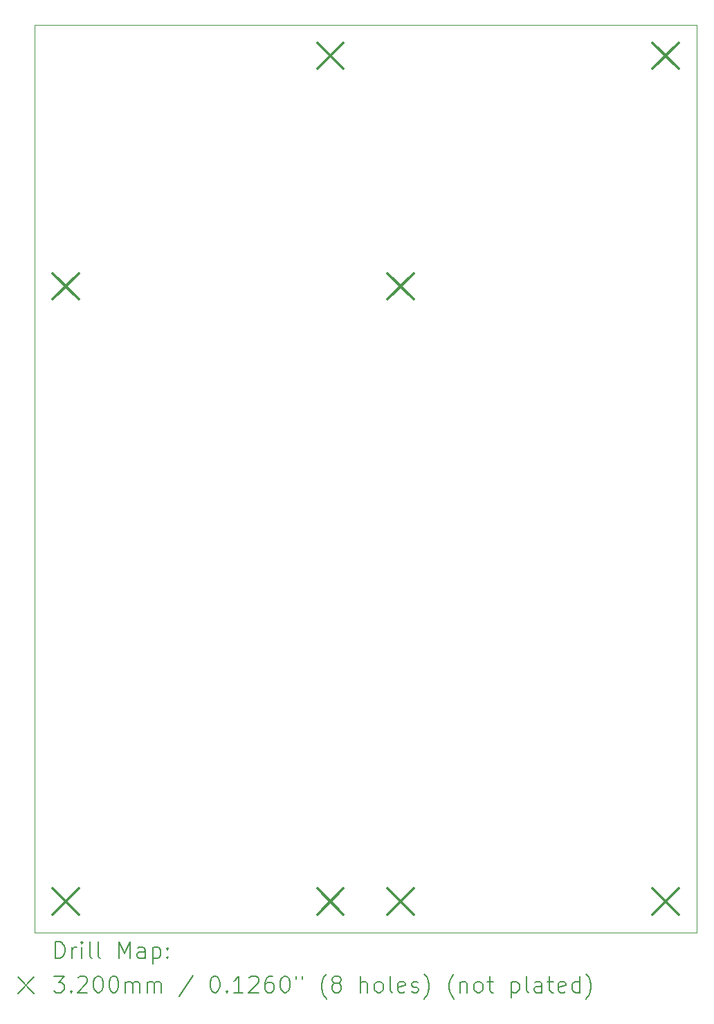
<source format=gbr>
%TF.GenerationSoftware,KiCad,Pcbnew,8.0.2-1*%
%TF.CreationDate,2024-05-10T10:02:23+02:00*%
%TF.ProjectId,sparkle,73706172-6b6c-4652-9e6b-696361645f70,rev?*%
%TF.SameCoordinates,Original*%
%TF.FileFunction,Drillmap*%
%TF.FilePolarity,Positive*%
%FSLAX45Y45*%
G04 Gerber Fmt 4.5, Leading zero omitted, Abs format (unit mm)*
G04 Created by KiCad (PCBNEW 8.0.2-1) date 2024-05-10 10:02:23*
%MOMM*%
%LPD*%
G01*
G04 APERTURE LIST*
%ADD10C,0.100000*%
%ADD11C,0.200000*%
%ADD12C,0.320000*%
G04 APERTURE END LIST*
D10*
X5000000Y-5000000D02*
X13100000Y-5000000D01*
X13100000Y-16100000D01*
X5000000Y-16100000D01*
X5000000Y-5000000D01*
D11*
D12*
X5220000Y-8040000D02*
X5540000Y-8360000D01*
X5540000Y-8040000D02*
X5220000Y-8360000D01*
X5220000Y-15560000D02*
X5540000Y-15880000D01*
X5540000Y-15560000D02*
X5220000Y-15880000D01*
X8460000Y-5220000D02*
X8780000Y-5540000D01*
X8780000Y-5220000D02*
X8460000Y-5540000D01*
X8460000Y-15560000D02*
X8780000Y-15880000D01*
X8780000Y-15560000D02*
X8460000Y-15880000D01*
X9320000Y-8040000D02*
X9640000Y-8360000D01*
X9640000Y-8040000D02*
X9320000Y-8360000D01*
X9320000Y-15560000D02*
X9640000Y-15880000D01*
X9640000Y-15560000D02*
X9320000Y-15880000D01*
X12560000Y-5220000D02*
X12880000Y-5540000D01*
X12880000Y-5220000D02*
X12560000Y-5540000D01*
X12560000Y-15560000D02*
X12880000Y-15880000D01*
X12880000Y-15560000D02*
X12560000Y-15880000D01*
D11*
X5255777Y-16416484D02*
X5255777Y-16216484D01*
X5255777Y-16216484D02*
X5303396Y-16216484D01*
X5303396Y-16216484D02*
X5331967Y-16226008D01*
X5331967Y-16226008D02*
X5351015Y-16245055D01*
X5351015Y-16245055D02*
X5360539Y-16264103D01*
X5360539Y-16264103D02*
X5370063Y-16302198D01*
X5370063Y-16302198D02*
X5370063Y-16330769D01*
X5370063Y-16330769D02*
X5360539Y-16368865D01*
X5360539Y-16368865D02*
X5351015Y-16387912D01*
X5351015Y-16387912D02*
X5331967Y-16406960D01*
X5331967Y-16406960D02*
X5303396Y-16416484D01*
X5303396Y-16416484D02*
X5255777Y-16416484D01*
X5455777Y-16416484D02*
X5455777Y-16283150D01*
X5455777Y-16321246D02*
X5465301Y-16302198D01*
X5465301Y-16302198D02*
X5474824Y-16292674D01*
X5474824Y-16292674D02*
X5493872Y-16283150D01*
X5493872Y-16283150D02*
X5512920Y-16283150D01*
X5579586Y-16416484D02*
X5579586Y-16283150D01*
X5579586Y-16216484D02*
X5570063Y-16226008D01*
X5570063Y-16226008D02*
X5579586Y-16235531D01*
X5579586Y-16235531D02*
X5589110Y-16226008D01*
X5589110Y-16226008D02*
X5579586Y-16216484D01*
X5579586Y-16216484D02*
X5579586Y-16235531D01*
X5703396Y-16416484D02*
X5684348Y-16406960D01*
X5684348Y-16406960D02*
X5674824Y-16387912D01*
X5674824Y-16387912D02*
X5674824Y-16216484D01*
X5808158Y-16416484D02*
X5789110Y-16406960D01*
X5789110Y-16406960D02*
X5779586Y-16387912D01*
X5779586Y-16387912D02*
X5779586Y-16216484D01*
X6036729Y-16416484D02*
X6036729Y-16216484D01*
X6036729Y-16216484D02*
X6103396Y-16359341D01*
X6103396Y-16359341D02*
X6170062Y-16216484D01*
X6170062Y-16216484D02*
X6170062Y-16416484D01*
X6351015Y-16416484D02*
X6351015Y-16311722D01*
X6351015Y-16311722D02*
X6341491Y-16292674D01*
X6341491Y-16292674D02*
X6322443Y-16283150D01*
X6322443Y-16283150D02*
X6284348Y-16283150D01*
X6284348Y-16283150D02*
X6265301Y-16292674D01*
X6351015Y-16406960D02*
X6331967Y-16416484D01*
X6331967Y-16416484D02*
X6284348Y-16416484D01*
X6284348Y-16416484D02*
X6265301Y-16406960D01*
X6265301Y-16406960D02*
X6255777Y-16387912D01*
X6255777Y-16387912D02*
X6255777Y-16368865D01*
X6255777Y-16368865D02*
X6265301Y-16349817D01*
X6265301Y-16349817D02*
X6284348Y-16340293D01*
X6284348Y-16340293D02*
X6331967Y-16340293D01*
X6331967Y-16340293D02*
X6351015Y-16330769D01*
X6446253Y-16283150D02*
X6446253Y-16483150D01*
X6446253Y-16292674D02*
X6465301Y-16283150D01*
X6465301Y-16283150D02*
X6503396Y-16283150D01*
X6503396Y-16283150D02*
X6522443Y-16292674D01*
X6522443Y-16292674D02*
X6531967Y-16302198D01*
X6531967Y-16302198D02*
X6541491Y-16321246D01*
X6541491Y-16321246D02*
X6541491Y-16378388D01*
X6541491Y-16378388D02*
X6531967Y-16397436D01*
X6531967Y-16397436D02*
X6522443Y-16406960D01*
X6522443Y-16406960D02*
X6503396Y-16416484D01*
X6503396Y-16416484D02*
X6465301Y-16416484D01*
X6465301Y-16416484D02*
X6446253Y-16406960D01*
X6627205Y-16397436D02*
X6636729Y-16406960D01*
X6636729Y-16406960D02*
X6627205Y-16416484D01*
X6627205Y-16416484D02*
X6617682Y-16406960D01*
X6617682Y-16406960D02*
X6627205Y-16397436D01*
X6627205Y-16397436D02*
X6627205Y-16416484D01*
X6627205Y-16292674D02*
X6636729Y-16302198D01*
X6636729Y-16302198D02*
X6627205Y-16311722D01*
X6627205Y-16311722D02*
X6617682Y-16302198D01*
X6617682Y-16302198D02*
X6627205Y-16292674D01*
X6627205Y-16292674D02*
X6627205Y-16311722D01*
X4795000Y-16645000D02*
X4995000Y-16845000D01*
X4995000Y-16645000D02*
X4795000Y-16845000D01*
X5236729Y-16636484D02*
X5360539Y-16636484D01*
X5360539Y-16636484D02*
X5293872Y-16712674D01*
X5293872Y-16712674D02*
X5322444Y-16712674D01*
X5322444Y-16712674D02*
X5341491Y-16722198D01*
X5341491Y-16722198D02*
X5351015Y-16731722D01*
X5351015Y-16731722D02*
X5360539Y-16750769D01*
X5360539Y-16750769D02*
X5360539Y-16798389D01*
X5360539Y-16798389D02*
X5351015Y-16817436D01*
X5351015Y-16817436D02*
X5341491Y-16826960D01*
X5341491Y-16826960D02*
X5322444Y-16836484D01*
X5322444Y-16836484D02*
X5265301Y-16836484D01*
X5265301Y-16836484D02*
X5246253Y-16826960D01*
X5246253Y-16826960D02*
X5236729Y-16817436D01*
X5446253Y-16817436D02*
X5455777Y-16826960D01*
X5455777Y-16826960D02*
X5446253Y-16836484D01*
X5446253Y-16836484D02*
X5436729Y-16826960D01*
X5436729Y-16826960D02*
X5446253Y-16817436D01*
X5446253Y-16817436D02*
X5446253Y-16836484D01*
X5531967Y-16655531D02*
X5541491Y-16646008D01*
X5541491Y-16646008D02*
X5560539Y-16636484D01*
X5560539Y-16636484D02*
X5608158Y-16636484D01*
X5608158Y-16636484D02*
X5627205Y-16646008D01*
X5627205Y-16646008D02*
X5636729Y-16655531D01*
X5636729Y-16655531D02*
X5646253Y-16674579D01*
X5646253Y-16674579D02*
X5646253Y-16693627D01*
X5646253Y-16693627D02*
X5636729Y-16722198D01*
X5636729Y-16722198D02*
X5522444Y-16836484D01*
X5522444Y-16836484D02*
X5646253Y-16836484D01*
X5770062Y-16636484D02*
X5789110Y-16636484D01*
X5789110Y-16636484D02*
X5808158Y-16646008D01*
X5808158Y-16646008D02*
X5817682Y-16655531D01*
X5817682Y-16655531D02*
X5827205Y-16674579D01*
X5827205Y-16674579D02*
X5836729Y-16712674D01*
X5836729Y-16712674D02*
X5836729Y-16760293D01*
X5836729Y-16760293D02*
X5827205Y-16798389D01*
X5827205Y-16798389D02*
X5817682Y-16817436D01*
X5817682Y-16817436D02*
X5808158Y-16826960D01*
X5808158Y-16826960D02*
X5789110Y-16836484D01*
X5789110Y-16836484D02*
X5770062Y-16836484D01*
X5770062Y-16836484D02*
X5751015Y-16826960D01*
X5751015Y-16826960D02*
X5741491Y-16817436D01*
X5741491Y-16817436D02*
X5731967Y-16798389D01*
X5731967Y-16798389D02*
X5722443Y-16760293D01*
X5722443Y-16760293D02*
X5722443Y-16712674D01*
X5722443Y-16712674D02*
X5731967Y-16674579D01*
X5731967Y-16674579D02*
X5741491Y-16655531D01*
X5741491Y-16655531D02*
X5751015Y-16646008D01*
X5751015Y-16646008D02*
X5770062Y-16636484D01*
X5960539Y-16636484D02*
X5979586Y-16636484D01*
X5979586Y-16636484D02*
X5998634Y-16646008D01*
X5998634Y-16646008D02*
X6008158Y-16655531D01*
X6008158Y-16655531D02*
X6017682Y-16674579D01*
X6017682Y-16674579D02*
X6027205Y-16712674D01*
X6027205Y-16712674D02*
X6027205Y-16760293D01*
X6027205Y-16760293D02*
X6017682Y-16798389D01*
X6017682Y-16798389D02*
X6008158Y-16817436D01*
X6008158Y-16817436D02*
X5998634Y-16826960D01*
X5998634Y-16826960D02*
X5979586Y-16836484D01*
X5979586Y-16836484D02*
X5960539Y-16836484D01*
X5960539Y-16836484D02*
X5941491Y-16826960D01*
X5941491Y-16826960D02*
X5931967Y-16817436D01*
X5931967Y-16817436D02*
X5922443Y-16798389D01*
X5922443Y-16798389D02*
X5912920Y-16760293D01*
X5912920Y-16760293D02*
X5912920Y-16712674D01*
X5912920Y-16712674D02*
X5922443Y-16674579D01*
X5922443Y-16674579D02*
X5931967Y-16655531D01*
X5931967Y-16655531D02*
X5941491Y-16646008D01*
X5941491Y-16646008D02*
X5960539Y-16636484D01*
X6112920Y-16836484D02*
X6112920Y-16703150D01*
X6112920Y-16722198D02*
X6122443Y-16712674D01*
X6122443Y-16712674D02*
X6141491Y-16703150D01*
X6141491Y-16703150D02*
X6170063Y-16703150D01*
X6170063Y-16703150D02*
X6189110Y-16712674D01*
X6189110Y-16712674D02*
X6198634Y-16731722D01*
X6198634Y-16731722D02*
X6198634Y-16836484D01*
X6198634Y-16731722D02*
X6208158Y-16712674D01*
X6208158Y-16712674D02*
X6227205Y-16703150D01*
X6227205Y-16703150D02*
X6255777Y-16703150D01*
X6255777Y-16703150D02*
X6274824Y-16712674D01*
X6274824Y-16712674D02*
X6284348Y-16731722D01*
X6284348Y-16731722D02*
X6284348Y-16836484D01*
X6379586Y-16836484D02*
X6379586Y-16703150D01*
X6379586Y-16722198D02*
X6389110Y-16712674D01*
X6389110Y-16712674D02*
X6408158Y-16703150D01*
X6408158Y-16703150D02*
X6436729Y-16703150D01*
X6436729Y-16703150D02*
X6455777Y-16712674D01*
X6455777Y-16712674D02*
X6465301Y-16731722D01*
X6465301Y-16731722D02*
X6465301Y-16836484D01*
X6465301Y-16731722D02*
X6474824Y-16712674D01*
X6474824Y-16712674D02*
X6493872Y-16703150D01*
X6493872Y-16703150D02*
X6522443Y-16703150D01*
X6522443Y-16703150D02*
X6541491Y-16712674D01*
X6541491Y-16712674D02*
X6551015Y-16731722D01*
X6551015Y-16731722D02*
X6551015Y-16836484D01*
X6941491Y-16626960D02*
X6770063Y-16884103D01*
X7198634Y-16636484D02*
X7217682Y-16636484D01*
X7217682Y-16636484D02*
X7236729Y-16646008D01*
X7236729Y-16646008D02*
X7246253Y-16655531D01*
X7246253Y-16655531D02*
X7255777Y-16674579D01*
X7255777Y-16674579D02*
X7265301Y-16712674D01*
X7265301Y-16712674D02*
X7265301Y-16760293D01*
X7265301Y-16760293D02*
X7255777Y-16798389D01*
X7255777Y-16798389D02*
X7246253Y-16817436D01*
X7246253Y-16817436D02*
X7236729Y-16826960D01*
X7236729Y-16826960D02*
X7217682Y-16836484D01*
X7217682Y-16836484D02*
X7198634Y-16836484D01*
X7198634Y-16836484D02*
X7179586Y-16826960D01*
X7179586Y-16826960D02*
X7170063Y-16817436D01*
X7170063Y-16817436D02*
X7160539Y-16798389D01*
X7160539Y-16798389D02*
X7151015Y-16760293D01*
X7151015Y-16760293D02*
X7151015Y-16712674D01*
X7151015Y-16712674D02*
X7160539Y-16674579D01*
X7160539Y-16674579D02*
X7170063Y-16655531D01*
X7170063Y-16655531D02*
X7179586Y-16646008D01*
X7179586Y-16646008D02*
X7198634Y-16636484D01*
X7351015Y-16817436D02*
X7360539Y-16826960D01*
X7360539Y-16826960D02*
X7351015Y-16836484D01*
X7351015Y-16836484D02*
X7341491Y-16826960D01*
X7341491Y-16826960D02*
X7351015Y-16817436D01*
X7351015Y-16817436D02*
X7351015Y-16836484D01*
X7551015Y-16836484D02*
X7436729Y-16836484D01*
X7493872Y-16836484D02*
X7493872Y-16636484D01*
X7493872Y-16636484D02*
X7474825Y-16665055D01*
X7474825Y-16665055D02*
X7455777Y-16684103D01*
X7455777Y-16684103D02*
X7436729Y-16693627D01*
X7627206Y-16655531D02*
X7636729Y-16646008D01*
X7636729Y-16646008D02*
X7655777Y-16636484D01*
X7655777Y-16636484D02*
X7703396Y-16636484D01*
X7703396Y-16636484D02*
X7722444Y-16646008D01*
X7722444Y-16646008D02*
X7731967Y-16655531D01*
X7731967Y-16655531D02*
X7741491Y-16674579D01*
X7741491Y-16674579D02*
X7741491Y-16693627D01*
X7741491Y-16693627D02*
X7731967Y-16722198D01*
X7731967Y-16722198D02*
X7617682Y-16836484D01*
X7617682Y-16836484D02*
X7741491Y-16836484D01*
X7912920Y-16636484D02*
X7874825Y-16636484D01*
X7874825Y-16636484D02*
X7855777Y-16646008D01*
X7855777Y-16646008D02*
X7846253Y-16655531D01*
X7846253Y-16655531D02*
X7827206Y-16684103D01*
X7827206Y-16684103D02*
X7817682Y-16722198D01*
X7817682Y-16722198D02*
X7817682Y-16798389D01*
X7817682Y-16798389D02*
X7827206Y-16817436D01*
X7827206Y-16817436D02*
X7836729Y-16826960D01*
X7836729Y-16826960D02*
X7855777Y-16836484D01*
X7855777Y-16836484D02*
X7893872Y-16836484D01*
X7893872Y-16836484D02*
X7912920Y-16826960D01*
X7912920Y-16826960D02*
X7922444Y-16817436D01*
X7922444Y-16817436D02*
X7931967Y-16798389D01*
X7931967Y-16798389D02*
X7931967Y-16750769D01*
X7931967Y-16750769D02*
X7922444Y-16731722D01*
X7922444Y-16731722D02*
X7912920Y-16722198D01*
X7912920Y-16722198D02*
X7893872Y-16712674D01*
X7893872Y-16712674D02*
X7855777Y-16712674D01*
X7855777Y-16712674D02*
X7836729Y-16722198D01*
X7836729Y-16722198D02*
X7827206Y-16731722D01*
X7827206Y-16731722D02*
X7817682Y-16750769D01*
X8055777Y-16636484D02*
X8074825Y-16636484D01*
X8074825Y-16636484D02*
X8093872Y-16646008D01*
X8093872Y-16646008D02*
X8103396Y-16655531D01*
X8103396Y-16655531D02*
X8112920Y-16674579D01*
X8112920Y-16674579D02*
X8122444Y-16712674D01*
X8122444Y-16712674D02*
X8122444Y-16760293D01*
X8122444Y-16760293D02*
X8112920Y-16798389D01*
X8112920Y-16798389D02*
X8103396Y-16817436D01*
X8103396Y-16817436D02*
X8093872Y-16826960D01*
X8093872Y-16826960D02*
X8074825Y-16836484D01*
X8074825Y-16836484D02*
X8055777Y-16836484D01*
X8055777Y-16836484D02*
X8036729Y-16826960D01*
X8036729Y-16826960D02*
X8027206Y-16817436D01*
X8027206Y-16817436D02*
X8017682Y-16798389D01*
X8017682Y-16798389D02*
X8008158Y-16760293D01*
X8008158Y-16760293D02*
X8008158Y-16712674D01*
X8008158Y-16712674D02*
X8017682Y-16674579D01*
X8017682Y-16674579D02*
X8027206Y-16655531D01*
X8027206Y-16655531D02*
X8036729Y-16646008D01*
X8036729Y-16646008D02*
X8055777Y-16636484D01*
X8198634Y-16636484D02*
X8198634Y-16674579D01*
X8274825Y-16636484D02*
X8274825Y-16674579D01*
X8570063Y-16912674D02*
X8560539Y-16903150D01*
X8560539Y-16903150D02*
X8541491Y-16874579D01*
X8541491Y-16874579D02*
X8531968Y-16855531D01*
X8531968Y-16855531D02*
X8522444Y-16826960D01*
X8522444Y-16826960D02*
X8512920Y-16779341D01*
X8512920Y-16779341D02*
X8512920Y-16741246D01*
X8512920Y-16741246D02*
X8522444Y-16693627D01*
X8522444Y-16693627D02*
X8531968Y-16665055D01*
X8531968Y-16665055D02*
X8541491Y-16646008D01*
X8541491Y-16646008D02*
X8560539Y-16617436D01*
X8560539Y-16617436D02*
X8570063Y-16607912D01*
X8674825Y-16722198D02*
X8655777Y-16712674D01*
X8655777Y-16712674D02*
X8646253Y-16703150D01*
X8646253Y-16703150D02*
X8636730Y-16684103D01*
X8636730Y-16684103D02*
X8636730Y-16674579D01*
X8636730Y-16674579D02*
X8646253Y-16655531D01*
X8646253Y-16655531D02*
X8655777Y-16646008D01*
X8655777Y-16646008D02*
X8674825Y-16636484D01*
X8674825Y-16636484D02*
X8712920Y-16636484D01*
X8712920Y-16636484D02*
X8731968Y-16646008D01*
X8731968Y-16646008D02*
X8741491Y-16655531D01*
X8741491Y-16655531D02*
X8751015Y-16674579D01*
X8751015Y-16674579D02*
X8751015Y-16684103D01*
X8751015Y-16684103D02*
X8741491Y-16703150D01*
X8741491Y-16703150D02*
X8731968Y-16712674D01*
X8731968Y-16712674D02*
X8712920Y-16722198D01*
X8712920Y-16722198D02*
X8674825Y-16722198D01*
X8674825Y-16722198D02*
X8655777Y-16731722D01*
X8655777Y-16731722D02*
X8646253Y-16741246D01*
X8646253Y-16741246D02*
X8636730Y-16760293D01*
X8636730Y-16760293D02*
X8636730Y-16798389D01*
X8636730Y-16798389D02*
X8646253Y-16817436D01*
X8646253Y-16817436D02*
X8655777Y-16826960D01*
X8655777Y-16826960D02*
X8674825Y-16836484D01*
X8674825Y-16836484D02*
X8712920Y-16836484D01*
X8712920Y-16836484D02*
X8731968Y-16826960D01*
X8731968Y-16826960D02*
X8741491Y-16817436D01*
X8741491Y-16817436D02*
X8751015Y-16798389D01*
X8751015Y-16798389D02*
X8751015Y-16760293D01*
X8751015Y-16760293D02*
X8741491Y-16741246D01*
X8741491Y-16741246D02*
X8731968Y-16731722D01*
X8731968Y-16731722D02*
X8712920Y-16722198D01*
X8989111Y-16836484D02*
X8989111Y-16636484D01*
X9074825Y-16836484D02*
X9074825Y-16731722D01*
X9074825Y-16731722D02*
X9065301Y-16712674D01*
X9065301Y-16712674D02*
X9046253Y-16703150D01*
X9046253Y-16703150D02*
X9017682Y-16703150D01*
X9017682Y-16703150D02*
X8998634Y-16712674D01*
X8998634Y-16712674D02*
X8989111Y-16722198D01*
X9198634Y-16836484D02*
X9179587Y-16826960D01*
X9179587Y-16826960D02*
X9170063Y-16817436D01*
X9170063Y-16817436D02*
X9160539Y-16798389D01*
X9160539Y-16798389D02*
X9160539Y-16741246D01*
X9160539Y-16741246D02*
X9170063Y-16722198D01*
X9170063Y-16722198D02*
X9179587Y-16712674D01*
X9179587Y-16712674D02*
X9198634Y-16703150D01*
X9198634Y-16703150D02*
X9227206Y-16703150D01*
X9227206Y-16703150D02*
X9246253Y-16712674D01*
X9246253Y-16712674D02*
X9255777Y-16722198D01*
X9255777Y-16722198D02*
X9265301Y-16741246D01*
X9265301Y-16741246D02*
X9265301Y-16798389D01*
X9265301Y-16798389D02*
X9255777Y-16817436D01*
X9255777Y-16817436D02*
X9246253Y-16826960D01*
X9246253Y-16826960D02*
X9227206Y-16836484D01*
X9227206Y-16836484D02*
X9198634Y-16836484D01*
X9379587Y-16836484D02*
X9360539Y-16826960D01*
X9360539Y-16826960D02*
X9351015Y-16807912D01*
X9351015Y-16807912D02*
X9351015Y-16636484D01*
X9531968Y-16826960D02*
X9512920Y-16836484D01*
X9512920Y-16836484D02*
X9474825Y-16836484D01*
X9474825Y-16836484D02*
X9455777Y-16826960D01*
X9455777Y-16826960D02*
X9446253Y-16807912D01*
X9446253Y-16807912D02*
X9446253Y-16731722D01*
X9446253Y-16731722D02*
X9455777Y-16712674D01*
X9455777Y-16712674D02*
X9474825Y-16703150D01*
X9474825Y-16703150D02*
X9512920Y-16703150D01*
X9512920Y-16703150D02*
X9531968Y-16712674D01*
X9531968Y-16712674D02*
X9541492Y-16731722D01*
X9541492Y-16731722D02*
X9541492Y-16750769D01*
X9541492Y-16750769D02*
X9446253Y-16769817D01*
X9617682Y-16826960D02*
X9636730Y-16836484D01*
X9636730Y-16836484D02*
X9674825Y-16836484D01*
X9674825Y-16836484D02*
X9693873Y-16826960D01*
X9693873Y-16826960D02*
X9703396Y-16807912D01*
X9703396Y-16807912D02*
X9703396Y-16798389D01*
X9703396Y-16798389D02*
X9693873Y-16779341D01*
X9693873Y-16779341D02*
X9674825Y-16769817D01*
X9674825Y-16769817D02*
X9646253Y-16769817D01*
X9646253Y-16769817D02*
X9627206Y-16760293D01*
X9627206Y-16760293D02*
X9617682Y-16741246D01*
X9617682Y-16741246D02*
X9617682Y-16731722D01*
X9617682Y-16731722D02*
X9627206Y-16712674D01*
X9627206Y-16712674D02*
X9646253Y-16703150D01*
X9646253Y-16703150D02*
X9674825Y-16703150D01*
X9674825Y-16703150D02*
X9693873Y-16712674D01*
X9770063Y-16912674D02*
X9779587Y-16903150D01*
X9779587Y-16903150D02*
X9798634Y-16874579D01*
X9798634Y-16874579D02*
X9808158Y-16855531D01*
X9808158Y-16855531D02*
X9817682Y-16826960D01*
X9817682Y-16826960D02*
X9827206Y-16779341D01*
X9827206Y-16779341D02*
X9827206Y-16741246D01*
X9827206Y-16741246D02*
X9817682Y-16693627D01*
X9817682Y-16693627D02*
X9808158Y-16665055D01*
X9808158Y-16665055D02*
X9798634Y-16646008D01*
X9798634Y-16646008D02*
X9779587Y-16617436D01*
X9779587Y-16617436D02*
X9770063Y-16607912D01*
X10131968Y-16912674D02*
X10122444Y-16903150D01*
X10122444Y-16903150D02*
X10103396Y-16874579D01*
X10103396Y-16874579D02*
X10093873Y-16855531D01*
X10093873Y-16855531D02*
X10084349Y-16826960D01*
X10084349Y-16826960D02*
X10074825Y-16779341D01*
X10074825Y-16779341D02*
X10074825Y-16741246D01*
X10074825Y-16741246D02*
X10084349Y-16693627D01*
X10084349Y-16693627D02*
X10093873Y-16665055D01*
X10093873Y-16665055D02*
X10103396Y-16646008D01*
X10103396Y-16646008D02*
X10122444Y-16617436D01*
X10122444Y-16617436D02*
X10131968Y-16607912D01*
X10208158Y-16703150D02*
X10208158Y-16836484D01*
X10208158Y-16722198D02*
X10217682Y-16712674D01*
X10217682Y-16712674D02*
X10236730Y-16703150D01*
X10236730Y-16703150D02*
X10265301Y-16703150D01*
X10265301Y-16703150D02*
X10284349Y-16712674D01*
X10284349Y-16712674D02*
X10293873Y-16731722D01*
X10293873Y-16731722D02*
X10293873Y-16836484D01*
X10417682Y-16836484D02*
X10398634Y-16826960D01*
X10398634Y-16826960D02*
X10389111Y-16817436D01*
X10389111Y-16817436D02*
X10379587Y-16798389D01*
X10379587Y-16798389D02*
X10379587Y-16741246D01*
X10379587Y-16741246D02*
X10389111Y-16722198D01*
X10389111Y-16722198D02*
X10398634Y-16712674D01*
X10398634Y-16712674D02*
X10417682Y-16703150D01*
X10417682Y-16703150D02*
X10446254Y-16703150D01*
X10446254Y-16703150D02*
X10465301Y-16712674D01*
X10465301Y-16712674D02*
X10474825Y-16722198D01*
X10474825Y-16722198D02*
X10484349Y-16741246D01*
X10484349Y-16741246D02*
X10484349Y-16798389D01*
X10484349Y-16798389D02*
X10474825Y-16817436D01*
X10474825Y-16817436D02*
X10465301Y-16826960D01*
X10465301Y-16826960D02*
X10446254Y-16836484D01*
X10446254Y-16836484D02*
X10417682Y-16836484D01*
X10541492Y-16703150D02*
X10617682Y-16703150D01*
X10570063Y-16636484D02*
X10570063Y-16807912D01*
X10570063Y-16807912D02*
X10579587Y-16826960D01*
X10579587Y-16826960D02*
X10598634Y-16836484D01*
X10598634Y-16836484D02*
X10617682Y-16836484D01*
X10836730Y-16703150D02*
X10836730Y-16903150D01*
X10836730Y-16712674D02*
X10855777Y-16703150D01*
X10855777Y-16703150D02*
X10893873Y-16703150D01*
X10893873Y-16703150D02*
X10912920Y-16712674D01*
X10912920Y-16712674D02*
X10922444Y-16722198D01*
X10922444Y-16722198D02*
X10931968Y-16741246D01*
X10931968Y-16741246D02*
X10931968Y-16798389D01*
X10931968Y-16798389D02*
X10922444Y-16817436D01*
X10922444Y-16817436D02*
X10912920Y-16826960D01*
X10912920Y-16826960D02*
X10893873Y-16836484D01*
X10893873Y-16836484D02*
X10855777Y-16836484D01*
X10855777Y-16836484D02*
X10836730Y-16826960D01*
X11046254Y-16836484D02*
X11027206Y-16826960D01*
X11027206Y-16826960D02*
X11017682Y-16807912D01*
X11017682Y-16807912D02*
X11017682Y-16636484D01*
X11208158Y-16836484D02*
X11208158Y-16731722D01*
X11208158Y-16731722D02*
X11198634Y-16712674D01*
X11198634Y-16712674D02*
X11179587Y-16703150D01*
X11179587Y-16703150D02*
X11141492Y-16703150D01*
X11141492Y-16703150D02*
X11122444Y-16712674D01*
X11208158Y-16826960D02*
X11189111Y-16836484D01*
X11189111Y-16836484D02*
X11141492Y-16836484D01*
X11141492Y-16836484D02*
X11122444Y-16826960D01*
X11122444Y-16826960D02*
X11112920Y-16807912D01*
X11112920Y-16807912D02*
X11112920Y-16788865D01*
X11112920Y-16788865D02*
X11122444Y-16769817D01*
X11122444Y-16769817D02*
X11141492Y-16760293D01*
X11141492Y-16760293D02*
X11189111Y-16760293D01*
X11189111Y-16760293D02*
X11208158Y-16750769D01*
X11274825Y-16703150D02*
X11351015Y-16703150D01*
X11303396Y-16636484D02*
X11303396Y-16807912D01*
X11303396Y-16807912D02*
X11312920Y-16826960D01*
X11312920Y-16826960D02*
X11331968Y-16836484D01*
X11331968Y-16836484D02*
X11351015Y-16836484D01*
X11493873Y-16826960D02*
X11474825Y-16836484D01*
X11474825Y-16836484D02*
X11436730Y-16836484D01*
X11436730Y-16836484D02*
X11417682Y-16826960D01*
X11417682Y-16826960D02*
X11408158Y-16807912D01*
X11408158Y-16807912D02*
X11408158Y-16731722D01*
X11408158Y-16731722D02*
X11417682Y-16712674D01*
X11417682Y-16712674D02*
X11436730Y-16703150D01*
X11436730Y-16703150D02*
X11474825Y-16703150D01*
X11474825Y-16703150D02*
X11493873Y-16712674D01*
X11493873Y-16712674D02*
X11503396Y-16731722D01*
X11503396Y-16731722D02*
X11503396Y-16750769D01*
X11503396Y-16750769D02*
X11408158Y-16769817D01*
X11674825Y-16836484D02*
X11674825Y-16636484D01*
X11674825Y-16826960D02*
X11655777Y-16836484D01*
X11655777Y-16836484D02*
X11617682Y-16836484D01*
X11617682Y-16836484D02*
X11598634Y-16826960D01*
X11598634Y-16826960D02*
X11589111Y-16817436D01*
X11589111Y-16817436D02*
X11579587Y-16798389D01*
X11579587Y-16798389D02*
X11579587Y-16741246D01*
X11579587Y-16741246D02*
X11589111Y-16722198D01*
X11589111Y-16722198D02*
X11598634Y-16712674D01*
X11598634Y-16712674D02*
X11617682Y-16703150D01*
X11617682Y-16703150D02*
X11655777Y-16703150D01*
X11655777Y-16703150D02*
X11674825Y-16712674D01*
X11751015Y-16912674D02*
X11760539Y-16903150D01*
X11760539Y-16903150D02*
X11779587Y-16874579D01*
X11779587Y-16874579D02*
X11789111Y-16855531D01*
X11789111Y-16855531D02*
X11798634Y-16826960D01*
X11798634Y-16826960D02*
X11808158Y-16779341D01*
X11808158Y-16779341D02*
X11808158Y-16741246D01*
X11808158Y-16741246D02*
X11798634Y-16693627D01*
X11798634Y-16693627D02*
X11789111Y-16665055D01*
X11789111Y-16665055D02*
X11779587Y-16646008D01*
X11779587Y-16646008D02*
X11760539Y-16617436D01*
X11760539Y-16617436D02*
X11751015Y-16607912D01*
M02*

</source>
